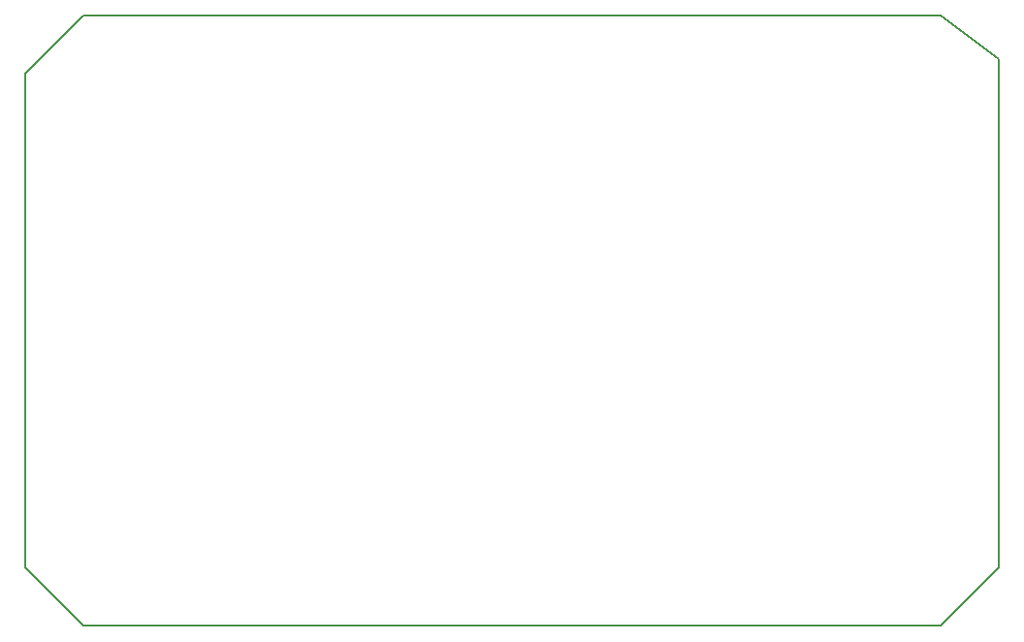
<source format=gbr>
%TF.GenerationSoftware,KiCad,Pcbnew,4.0.7*%
%TF.CreationDate,2017-12-18T22:12:30+01:00*%
%TF.ProjectId,LED,4C45442E6B696361645F706362000000,rev?*%
%TF.FileFunction,Profile,NP*%
%FSLAX46Y46*%
G04 Gerber Fmt 4.6, Leading zero omitted, Abs format (unit mm)*
G04 Created by KiCad (PCBNEW 4.0.7) date Mon Dec 18 22:12:30 2017*
%MOMM*%
%LPD*%
G01*
G04 APERTURE LIST*
%ADD10C,0.100000*%
%ADD11C,0.150000*%
G04 APERTURE END LIST*
D10*
D11*
X173990000Y-64770000D02*
X179070000Y-68580000D01*
X173990000Y-118110000D02*
X179070000Y-113030000D01*
X93980000Y-113030000D02*
X99060000Y-118110000D01*
X99060000Y-64770000D02*
X93980000Y-69850000D01*
X174000000Y-64770000D02*
X99060000Y-64770000D01*
X179070000Y-113030000D02*
X179070000Y-68580000D01*
X99060000Y-118110000D02*
X174000000Y-118110000D01*
X93980000Y-69850000D02*
X93980000Y-113030000D01*
M02*

</source>
